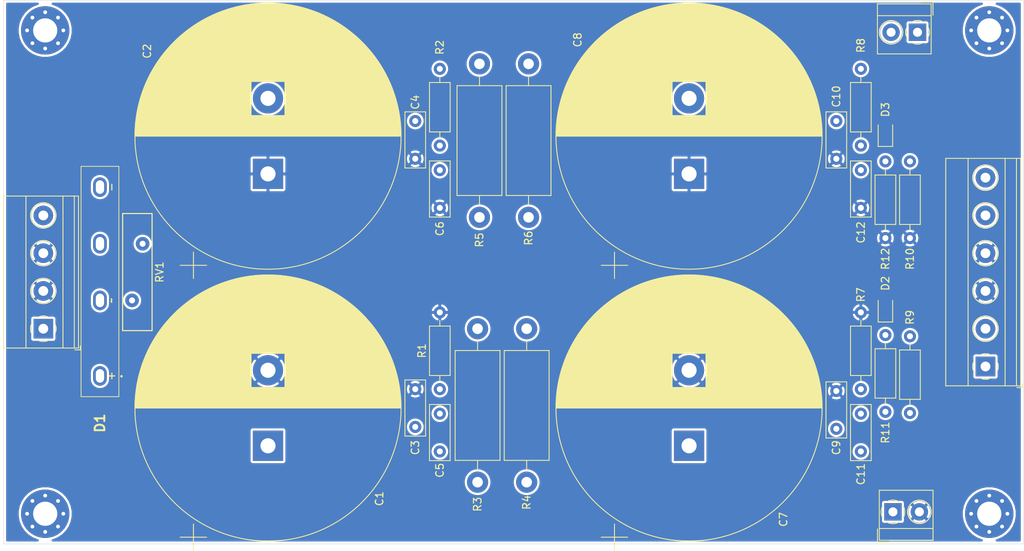
<source format=kicad_pcb>
(kicad_pcb (version 20171130) (host pcbnew "(5.1.6-0)")
  (layers (0 F.Cu signal) (31 B.Cu signal) (34 B.Paste user) (35 F.Paste user) (36 B.SilkS user) (37 F.SilkS user) (38 B.Mask user) (39 F.Mask user) (44 Edge.Cuts user))
  (net 0 "")
  (net 1 GND)
  (net 2 /RV+)
  (net 3 /RV-)
  (net 4 "Net-(C5-Pad2)")
  (net 5 "Net-(C6-Pad2)")
  (net 6 /OV+)
  (net 7 /OV-)
  (net 8 "Net-(C11-Pad2)")
  (net 9 "Net-(C12-Pad2)")
  (net 10 /AC4)
  (net 11 /AC1)
  (net 12 "Net-(D2-Pad1)")
  (net 13 "Net-(D3-Pad1)")
  (net 14 "Net-(J2-Pad1)")
  (net 15 "Net-(J3-Pad1)")
  (module Varistor:RV_Disc_D15.5mm_W3.9mm_P7.5mm (layer F.Cu) (at 87 103.75 90)
    (fp_text reference RV1 (at 3.75 3.65 90) (layer F.SilkS))
    (fp_text value MOV-14D101KTR)
    (pad 2 thru_hole circle (at 7.5 1.4 90) (size 1.8 1.8) (drill 0.8) (layers *.Cu *.Mask) (net 10 /AC4))
    (pad 1 thru_hole circle (at 0 0 90) (size 1.8 1.8) (drill 0.8) (layers *.Cu *.Mask) (net 11 /AC1))
  )
  (module Resistor_THT:R_Axial_DIN0207_L6.3mm_D2.5mm_P10.16mm_Horizontal (layer F.Cu) (at 186.75 95.5 90)
    (fp_text reference R12 (at -2.75 0 90) (layer F.SilkS))
    (fp_text value 10K)
    (pad 2 thru_hole oval (at 10.16 0 90) (size 1.6 1.6) (drill 0.8) (layers *.Cu *.Mask) (net 13 "Net-(D3-Pad1)"))
    (pad 1 thru_hole circle (at 0 0 90) (size 1.6 1.6) (drill 0.8) (layers *.Cu *.Mask) (net 1 GND))
  )
  (module Resistor_THT:R_Axial_DIN0207_L6.3mm_D2.5mm_P10.16mm_Horizontal (layer F.Cu) (at 186.75 118.5 90)
    (fp_text reference R11 (at -2.75 0 90) (layer F.SilkS))
    (fp_text value 10K)
    (pad 2 thru_hole oval (at 10.16 0 90) (size 1.6 1.6) (drill 0.8) (layers *.Cu *.Mask) (net 12 "Net-(D2-Pad1)"))
    (pad 1 thru_hole circle (at 0 0 90) (size 1.6 1.6) (drill 0.8) (layers *.Cu *.Mask) (net 6 /OV+))
  )
  (module Resistor_THT:R_Axial_DIN0207_L6.3mm_D2.5mm_P10.16mm_Horizontal (layer F.Cu) (at 190 95.5 90)
    (fp_text reference R10 (at -2.75 0 90) (layer F.SilkS))
    (fp_text value 10K)
    (pad 2 thru_hole oval (at 10.16 0 90) (size 1.6 1.6) (drill 0.8) (layers *.Cu *.Mask) (net 15 "Net-(J3-Pad1)"))
    (pad 1 thru_hole circle (at 0 0 90) (size 1.6 1.6) (drill 0.8) (layers *.Cu *.Mask) (net 1 GND))
  )
  (module Resistor_THT:R_Axial_DIN0207_L6.3mm_D2.5mm_P10.16mm_Horizontal (layer F.Cu) (at 190 108.5 270)
    (fp_text reference R9 (at -2.5 0 90) (layer F.SilkS))
    (fp_text value 10K)
    (pad 2 thru_hole oval (at 10.16 0 270) (size 1.6 1.6) (drill 0.8) (layers *.Cu *.Mask) (net 14 "Net-(J2-Pad1)"))
    (pad 1 thru_hole circle (at 0 0 270) (size 1.6 1.6) (drill 0.8) (layers *.Cu *.Mask) (net 6 /OV+))
  )
  (module Resistor_THT:R_Axial_DIN0207_L6.3mm_D2.5mm_P10.16mm_Horizontal (layer F.Cu) (at 183.5 83.25 90)
    (fp_text reference R8 (at 13.25 0 90) (layer F.SilkS))
    (fp_text value 10R)
    (pad 2 thru_hole oval (at 10.16 0 90) (size 1.6 1.6) (drill 0.8) (layers *.Cu *.Mask) (net 7 /OV-))
    (pad 1 thru_hole circle (at 0 0 90) (size 1.6 1.6) (drill 0.8) (layers *.Cu *.Mask) (net 9 "Net-(C12-Pad2)"))
  )
  (module Resistor_THT:R_Axial_DIN0207_L6.3mm_D2.5mm_P10.16mm_Horizontal (layer F.Cu) (at 183.5 115.5 90)
    (fp_text reference R7 (at 12.5 0 90) (layer F.SilkS))
    (fp_text value 10R)
    (pad 2 thru_hole oval (at 10.16 0 90) (size 1.6 1.6) (drill 0.8) (layers *.Cu *.Mask) (net 1 GND))
    (pad 1 thru_hole circle (at 0 0 90) (size 1.6 1.6) (drill 0.8) (layers *.Cu *.Mask) (net 8 "Net-(C11-Pad2)"))
  )
  (module Resistor_THT:R_Axial_DIN0614_L14.3mm_D5.7mm_P20.32mm_Horizontal (layer F.Cu) (at 139.5 92.75 90)
    (fp_text reference R6 (at -2.75 0 90) (layer F.SilkS))
    (fp_text value "0.47R 3W")
    (pad 2 thru_hole oval (at 20.32 0 90) (size 2.8 2.8) (drill 1.4) (layers *.Cu *.Mask) (net 3 /RV-))
    (pad 1 thru_hole circle (at 0 0 90) (size 2.8 2.8) (drill 1.4) (layers *.Cu *.Mask) (net 7 /OV-))
  )
  (module Resistor_THT:R_Axial_DIN0614_L14.3mm_D5.7mm_P20.32mm_Horizontal (layer F.Cu) (at 133 92.75 90)
    (fp_text reference R5 (at -3 0 90) (layer F.SilkS))
    (fp_text value "0.47R 3W")
    (pad 2 thru_hole oval (at 20.32 0 90) (size 2.8 2.8) (drill 1.4) (layers *.Cu *.Mask) (net 3 /RV-))
    (pad 1 thru_hole circle (at 0 0 90) (size 2.8 2.8) (drill 1.4) (layers *.Cu *.Mask) (net 7 /OV-))
  )
  (module Resistor_THT:R_Axial_DIN0614_L14.3mm_D5.7mm_P20.32mm_Horizontal (layer F.Cu) (at 139.25 107.5 270)
    (fp_text reference R4 (at 23 0 90) (layer F.SilkS))
    (fp_text value "0.47R 3W")
    (pad 2 thru_hole oval (at 20.32 0 270) (size 2.8 2.8) (drill 1.4) (layers *.Cu *.Mask) (net 2 /RV+))
    (pad 1 thru_hole circle (at 0 0 270) (size 2.8 2.8) (drill 1.4) (layers *.Cu *.Mask) (net 6 /OV+))
  )
  (module Resistor_THT:R_Axial_DIN0614_L14.3mm_D5.7mm_P20.32mm_Horizontal (layer F.Cu) (at 132.75 107.5 270)
    (fp_text reference R3 (at 23.25 0 90) (layer F.SilkS))
    (fp_text value "0.47R 3W")
    (pad 2 thru_hole oval (at 20.32 0 270) (size 2.8 2.8) (drill 1.4) (layers *.Cu *.Mask) (net 2 /RV+))
    (pad 1 thru_hole circle (at 0 0 270) (size 2.8 2.8) (drill 1.4) (layers *.Cu *.Mask) (net 6 /OV+))
  )
  (module Resistor_THT:R_Axial_DIN0207_L6.3mm_D2.5mm_P10.16mm_Horizontal (layer F.Cu) (at 127.75 83.25 90)
    (fp_text reference R2 (at 13 0 90) (layer F.SilkS))
    (fp_text value 10R)
    (pad 2 thru_hole oval (at 10.16 0 90) (size 1.6 1.6) (drill 0.8) (layers *.Cu *.Mask) (net 3 /RV-))
    (pad 1 thru_hole circle (at 0 0 90) (size 1.6 1.6) (drill 0.8) (layers *.Cu *.Mask) (net 5 "Net-(C6-Pad2)"))
  )
  (module Resistor_THT:R_Axial_DIN0207_L6.3mm_D2.5mm_P10.16mm_Horizontal (layer F.Cu) (at 127.75 115.5 90)
    (fp_text reference R1 (at 5.08 -2.37 90) (layer F.SilkS))
    (fp_text value 10R)
    (pad 2 thru_hole oval (at 10.16 0 90) (size 1.6 1.6) (drill 0.8) (layers *.Cu *.Mask) (net 1 GND))
    (pad 1 thru_hole circle (at 0 0 90) (size 1.6 1.6) (drill 0.8) (layers *.Cu *.Mask) (net 4 "Net-(C5-Pad2)"))
  )
  (module TerminalBlock_Phoenix:TerminalBlock_Phoenix_MKDS-1,5-6_1x06_P5.00mm_Horizontal (layer F.Cu) (at 200 112.5 90)
    (fp_text reference J4)
    (fp_text value DC)
    (pad 6 thru_hole circle (at 25 0 90) (size 2.6 2.6) (drill 1.3) (layers *.Cu *.Mask) (net 7 /OV-))
    (pad 5 thru_hole circle (at 20 0 90) (size 2.6 2.6) (drill 1.3) (layers *.Cu *.Mask) (net 7 /OV-))
    (pad 4 thru_hole circle (at 15 0 90) (size 2.6 2.6) (drill 1.3) (layers *.Cu *.Mask) (net 1 GND))
    (pad 3 thru_hole circle (at 10 0 90) (size 2.6 2.6) (drill 1.3) (layers *.Cu *.Mask) (net 1 GND))
    (pad 2 thru_hole circle (at 5 0 90) (size 2.6 2.6) (drill 1.3) (layers *.Cu *.Mask) (net 6 /OV+))
    (pad 1 thru_hole rect (at 0 0 90) (size 2.6 2.6) (drill 1.3) (layers *.Cu *.Mask) (net 6 /OV+))
  )
  (module TerminalBlock_MetzConnect:TerminalBlock_MetzConnect_Type059_RT06302HBWC_1x02_P3.50mm_Horizontal (layer F.Cu) (at 191 68.25 180)
    (fp_text reference J3)
    (fp_text value LED)
    (pad 2 thru_hole circle (at 3.5 0 180) (size 2.3 2.3) (drill 1.2) (layers *.Cu *.Mask) (net 7 /OV-))
    (pad 1 thru_hole rect (at 0 0 180) (size 2.3 2.3) (drill 1.2) (layers *.Cu *.Mask) (net 15 "Net-(J3-Pad1)"))
  )
  (module TerminalBlock_MetzConnect:TerminalBlock_MetzConnect_Type059_RT06302HBWC_1x02_P3.50mm_Horizontal (layer F.Cu) (at 187.75 131.75)
    (fp_text reference J2)
    (fp_text value LED)
    (pad 2 thru_hole circle (at 3.5 0) (size 2.3 2.3) (drill 1.2) (layers *.Cu *.Mask) (net 1 GND))
    (pad 1 thru_hole rect (at 0 0) (size 2.3 2.3) (drill 1.2) (layers *.Cu *.Mask) (net 14 "Net-(J2-Pad1)"))
  )
  (module TerminalBlock_Phoenix:TerminalBlock_Phoenix_MKDS-1,5-4_1x04_P5.00mm_Horizontal (layer F.Cu) (at 75.25 107.5 90)
    (fp_text reference J1)
    (fp_text value AC)
    (pad 4 thru_hole circle (at 15 0 90) (size 2.6 2.6) (drill 1.3) (layers *.Cu *.Mask) (net 10 /AC4))
    (pad 3 thru_hole circle (at 10 0 90) (size 2.6 2.6) (drill 1.3) (layers *.Cu *.Mask) (net 1 GND))
    (pad 2 thru_hole circle (at 5 0 90) (size 2.6 2.6) (drill 1.3) (layers *.Cu *.Mask) (net 1 GND))
    (pad 1 thru_hole rect (at 0 0 90) (size 2.6 2.6) (drill 1.3) (layers *.Cu *.Mask) (net 11 /AC1))
  )
  (module MountingHole:MountingHole_3.2mm_M3_Pad_Via (layer F.Cu) (at 75.5 132)
    (fp_text reference H4)
    (fp_text value MountingHole)
    (pad 1 thru_hole circle (at 1.697056 -1.697056) (size 0.8 0.8) (drill 0.5) (layers *.Cu *.Mask))
    (pad 1 thru_hole circle (at 0 -2.4) (size 0.8 0.8) (drill 0.5) (layers *.Cu *.Mask))
    (pad 1 thru_hole circle (at -1.697056 -1.697056) (size 0.8 0.8) (drill 0.5) (layers *.Cu *.Mask))
    (pad 1 thru_hole circle (at -2.4 0) (size 0.8 0.8) (drill 0.5) (layers *.Cu *.Mask))
    (pad 1 thru_hole circle (at -1.697056 1.697056) (size 0.8 0.8) (drill 0.5) (layers *.Cu *.Mask))
    (pad 1 thru_hole circle (at 0 2.4) (size 0.8 0.8) (drill 0.5) (layers *.Cu *.Mask))
    (pad 1 thru_hole circle (at 1.697056 1.697056) (size 0.8 0.8) (drill 0.5) (layers *.Cu *.Mask))
    (pad 1 thru_hole circle (at 2.4 0) (size 0.8 0.8) (drill 0.5) (layers *.Cu *.Mask))
    (pad 1 thru_hole circle (at 0 0) (size 6.4 6.4) (drill 3.2) (layers *.Cu *.Mask))
  )
  (module MountingHole:MountingHole_3.2mm_M3_Pad_Via (layer F.Cu) (at 200.5 132)
    (fp_text reference H3)
    (fp_text value MountingHole)
    (pad 1 thru_hole circle (at 1.697056 -1.697056) (size 0.8 0.8) (drill 0.5) (layers *.Cu *.Mask))
    (pad 1 thru_hole circle (at 0 -2.4) (size 0.8 0.8) (drill 0.5) (layers *.Cu *.Mask))
    (pad 1 thru_hole circle (at -1.697056 -1.697056) (size 0.8 0.8) (drill 0.5) (layers *.Cu *.Mask))
    (pad 1 thru_hole circle (at -2.4 0) (size 0.8 0.8) (drill 0.5) (layers *.Cu *.Mask))
    (pad 1 thru_hole circle (at -1.697056 1.697056) (size 0.8 0.8) (drill 0.5) (layers *.Cu *.Mask))
    (pad 1 thru_hole circle (at 0 2.4) (size 0.8 0.8) (drill 0.5) (layers *.Cu *.Mask))
    (pad 1 thru_hole circle (at 1.697056 1.697056) (size 0.8 0.8) (drill 0.5) (layers *.Cu *.Mask))
    (pad 1 thru_hole circle (at 2.4 0) (size 0.8 0.8) (drill 0.5) (layers *.Cu *.Mask))
    (pad 1 thru_hole circle (at 0 0) (size 6.4 6.4) (drill 3.2) (layers *.Cu *.Mask))
  )
  (module MountingHole:MountingHole_3.2mm_M3_Pad_Via (layer F.Cu) (at 75.5 68)
    (fp_text reference H2)
    (fp_text value MountingHole)
    (pad 1 thru_hole circle (at 1.697056 -1.697056) (size 0.8 0.8) (drill 0.5) (layers *.Cu *.Mask))
    (pad 1 thru_hole circle (at 0 -2.4) (size 0.8 0.8) (drill 0.5) (layers *.Cu *.Mask))
    (pad 1 thru_hole circle (at -1.697056 -1.697056) (size 0.8 0.8) (drill 0.5) (layers *.Cu *.Mask))
    (pad 1 thru_hole circle (at -2.4 0) (size 0.8 0.8) (drill 0.5) (layers *.Cu *.Mask))
    (pad 1 thru_hole circle (at -1.697056 1.697056) (size 0.8 0.8) (drill 0.5) (layers *.Cu *.Mask))
    (pad 1 thru_hole circle (at 0 2.4) (size 0.8 0.8) (drill 0.5) (layers *.Cu *.Mask))
    (pad 1 thru_hole circle (at 1.697056 1.697056) (size 0.8 0.8) (drill 0.5) (layers *.Cu *.Mask))
    (pad 1 thru_hole circle (at 2.4 0) (size 0.8 0.8) (drill 0.5) (layers *.Cu *.Mask))
    (pad 1 thru_hole circle (at 0 0) (size 6.4 6.4) (drill 3.2) (layers *.Cu *.Mask))
  )
  (module MountingHole:MountingHole_3.2mm_M3_Pad_Via (layer F.Cu) (at 200.5 68)
    (fp_text reference H1)
    (fp_text value MountingHole)
    (pad 1 thru_hole circle (at 1.697056 -1.697056) (size 0.8 0.8) (drill 0.5) (layers *.Cu *.Mask))
    (pad 1 thru_hole circle (at 0 -2.4) (size 0.8 0.8) (drill 0.5) (layers *.Cu *.Mask))
    (pad 1 thru_hole circle (at -1.697056 -1.697056) (size 0.8 0.8) (drill 0.5) (layers *.Cu *.Mask))
    (pad 1 thru_hole circle (at -2.4 0) (size 0.8 0.8) (drill 0.5) (layers *.Cu *.Mask))
    (pad 1 thru_hole circle (at -1.697056 1.697056) (size 0.8 0.8) (drill 0.5) (layers *.Cu *.Mask))
    (pad 1 thru_hole circle (at 0 2.4) (size 0.8 0.8) (drill 0.5) (layers *.Cu *.Mask))
    (pad 1 thru_hole circle (at 1.697056 1.697056) (size 0.8 0.8) (drill 0.5) (layers *.Cu *.Mask))
    (pad 1 thru_hole circle (at 2.4 0) (size 0.8 0.8) (drill 0.5) (layers *.Cu *.Mask))
    (pad 1 thru_hole circle (at 0 0) (size 6.4 6.4) (drill 3.2) (layers *.Cu *.Mask))
  )
  (module Diode_SMD:D_0805_2012Metric_Pad1.15x1.40mm_HandSolder (layer F.Cu) (at 186.75 81.5 90)
    (fp_text reference D3 (at 3 0 90) (layer F.SilkS))
    (fp_text value LED)
    (pad 2 smd roundrect (at 1.025 0 90) (size 1.15 1.4) (layers F.Cu F.Paste F.Mask) (roundrect_rratio 0.217391) (net 7 /OV-))
    (pad 1 smd roundrect (at -1.025 0 90) (size 1.15 1.4) (layers F.Cu F.Paste F.Mask) (roundrect_rratio 0.217391) (net 13 "Net-(D3-Pad1)"))
  )
  (module Diode_SMD:D_0805_2012Metric_Pad1.15x1.40mm_HandSolder (layer F.Cu) (at 186.75 104.75 90)
    (fp_text reference D2 (at 3.25 0 90) (layer F.SilkS))
    (fp_text value LED)
    (pad 2 smd roundrect (at 1.025 0 90) (size 1.15 1.4) (layers F.Cu F.Paste F.Mask) (roundrect_rratio 0.217391) (net 1 GND))
    (pad 1 smd roundrect (at -1.025 0 90) (size 1.15 1.4) (layers F.Cu F.Paste F.Mask) (roundrect_rratio 0.217391) (net 12 "Net-(D2-Pad1)"))
  )
  (module local_footprints_lib:PB3510E345 (layer F.Cu) (at 82.75 100 90)
    (fp_text reference D1 (at -20 0 90) (layer F.SilkS) (effects (font (size 1.27 1.27) (thickness 0.254))))
    (fp_text value PB3510 hide)
    (fp_text user ~ (at -3.75 1.5 90) (layer F.SilkS))
    (fp_text user - (at 11.25 1.5 90) (layer F.SilkS))
    (fp_text user + (at -13.75 1.5 90) (layer F.SilkS))
    (pad 4 thru_hole oval (at 11.25 0 90) (size 2.6 1.8) (drill oval 1.8 1.1) (layers *.Cu *.Mask) (net 3 /RV-))
    (pad 3 thru_hole oval (at 3.75 0 90) (size 2.6 1.8) (drill oval 1.8 1.1) (layers *.Cu *.Mask) (net 10 /AC4))
    (pad 2 thru_hole oval (at -3.75 0 90) (size 2.6 1.8) (drill oval 1.8 1.1) (layers *.Cu *.Mask) (net 11 /AC1))
    (pad 1 thru_hole oval (at -13.75 0 90) (size 2.6 1.8) (drill oval 1.8 1.1) (layers *.Cu *.Mask) (net 2 /RV+))
  )
  (module Capacitor_THT:C_Rect_L7.2mm_W2.5mm_P5.00mm_FKS2_FKP2_MKS2_MKP2 (layer F.Cu) (at 183.5 91.5 90)
    (fp_text reference C12 (at -3.25 0 90) (layer F.SilkS))
    (fp_text value 100n)
    (pad 2 thru_hole circle (at 5 0 90) (size 1.6 1.6) (drill 0.8) (layers *.Cu *.Mask) (net 9 "Net-(C12-Pad2)"))
    (pad 1 thru_hole circle (at 0 0 90) (size 1.6 1.6) (drill 0.8) (layers *.Cu *.Mask) (net 1 GND))
  )
  (module Capacitor_THT:C_Rect_L7.2mm_W2.5mm_P5.00mm_FKS2_FKP2_MKS2_MKP2 (layer F.Cu) (at 183.5 123.75 90)
    (fp_text reference C11 (at -3 0 90) (layer F.SilkS))
    (fp_text value 100n)
    (pad 2 thru_hole circle (at 5 0 90) (size 1.6 1.6) (drill 0.8) (layers *.Cu *.Mask) (net 8 "Net-(C11-Pad2)"))
    (pad 1 thru_hole circle (at 0 0 90) (size 1.6 1.6) (drill 0.8) (layers *.Cu *.Mask) (net 6 /OV+))
  )
  (module Capacitor_THT:C_Rect_L7.2mm_W2.5mm_P5.00mm_FKS2_FKP2_MKS2_MKP2 (layer F.Cu) (at 180.25 85 90)
    (fp_text reference C10 (at 8.25 0 90) (layer F.SilkS))
    (fp_text value 100n)
    (pad 2 thru_hole circle (at 5 0 90) (size 1.6 1.6) (drill 0.8) (layers *.Cu *.Mask) (net 7 /OV-))
    (pad 1 thru_hole circle (at 0 0 90) (size 1.6 1.6) (drill 0.8) (layers *.Cu *.Mask) (net 1 GND))
  )
  (module Capacitor_THT:C_Rect_L7.2mm_W2.5mm_P5.00mm_FKS2_FKP2_MKS2_MKP2 (layer F.Cu) (at 180.25 120.75 90)
    (fp_text reference C9 (at -2.5 0 90) (layer F.SilkS))
    (fp_text value 100n)
    (pad 2 thru_hole circle (at 5 0 90) (size 1.6 1.6) (drill 0.8) (layers *.Cu *.Mask) (net 1 GND))
    (pad 1 thru_hole circle (at 0 0 90) (size 1.6 1.6) (drill 0.8) (layers *.Cu *.Mask) (net 6 /OV+))
  )
  (module Capacitor_THT:CP_Radial_D35.0mm_P10.00mm_SnapIn (layer F.Cu) (at 160.75 87 90)
    (fp_text reference C8 (at 17.75 -14.75 90) (layer F.SilkS))
    (fp_text value 22,000uF)
    (pad 2 thru_hole circle (at 10 0 90) (size 4 4) (drill 2) (layers *.Cu *.Mask) (net 7 /OV-))
    (pad 1 thru_hole rect (at 0 0 90) (size 4 4) (drill 2) (layers *.Cu *.Mask) (net 1 GND))
  )
  (module Capacitor_THT:CP_Radial_D35.0mm_P10.00mm_SnapIn (layer F.Cu) (at 160.75 123 90)
    (fp_text reference C7 (at -9.75 12.5 90) (layer F.SilkS))
    (fp_text value 22,000uF)
    (pad 2 thru_hole circle (at 10 0 90) (size 4 4) (drill 2) (layers *.Cu *.Mask) (net 1 GND))
    (pad 1 thru_hole rect (at 0 0 90) (size 4 4) (drill 2) (layers *.Cu *.Mask) (net 6 /OV+))
  )
  (module Capacitor_THT:C_Rect_L7.2mm_W2.5mm_P5.00mm_FKS2_FKP2_MKS2_MKP2 (layer F.Cu) (at 127.75 91.5 90)
    (fp_text reference C6 (at -2.75 0 90) (layer F.SilkS))
    (fp_text value 100n)
    (pad 2 thru_hole circle (at 5 0 90) (size 1.6 1.6) (drill 0.8) (layers *.Cu *.Mask) (net 5 "Net-(C6-Pad2)"))
    (pad 1 thru_hole circle (at 0 0 90) (size 1.6 1.6) (drill 0.8) (layers *.Cu *.Mask) (net 1 GND))
  )
  (module Capacitor_THT:C_Rect_L7.2mm_W2.5mm_P5.00mm_FKS2_FKP2_MKS2_MKP2 (layer F.Cu) (at 127.75 123.75 90)
    (fp_text reference C5 (at -2.5 0 90) (layer F.SilkS))
    (fp_text value 100n)
    (pad 2 thru_hole circle (at 5 0 90) (size 1.6 1.6) (drill 0.8) (layers *.Cu *.Mask) (net 4 "Net-(C5-Pad2)"))
    (pad 1 thru_hole circle (at 0 0 90) (size 1.6 1.6) (drill 0.8) (layers *.Cu *.Mask) (net 2 /RV+))
  )
  (module Capacitor_THT:C_Rect_L7.2mm_W2.5mm_P5.00mm_FKS2_FKP2_MKS2_MKP2 (layer F.Cu) (at 124.5 85 90)
    (fp_text reference C4 (at 7.5 0 90) (layer F.SilkS))
    (fp_text value 100n)
    (pad 2 thru_hole circle (at 5 0 90) (size 1.6 1.6) (drill 0.8) (layers *.Cu *.Mask) (net 3 /RV-))
    (pad 1 thru_hole circle (at 0 0 90) (size 1.6 1.6) (drill 0.8) (layers *.Cu *.Mask) (net 1 GND))
  )
  (module Capacitor_THT:C_Rect_L7.2mm_W2.5mm_P5.00mm_FKS2_FKP2_MKS2_MKP2 (layer F.Cu) (at 124.5 120.5 90)
    (fp_text reference C3 (at -2.75 0 90) (layer F.SilkS))
    (fp_text value 100n)
    (pad 2 thru_hole circle (at 5 0 90) (size 1.6 1.6) (drill 0.8) (layers *.Cu *.Mask) (net 1 GND))
    (pad 1 thru_hole circle (at 0 0 90) (size 1.6 1.6) (drill 0.8) (layers *.Cu *.Mask) (net 2 /RV+))
  )
  (module Capacitor_THT:CP_Radial_D35.0mm_P10.00mm_SnapIn (layer F.Cu) (at 105 87 90)
    (fp_text reference C2 (at 16.25 -16 90) (layer F.SilkS))
    (fp_text value 22,000uF)
    (pad 2 thru_hole circle (at 10 0 90) (size 4 4) (drill 2) (layers *.Cu *.Mask) (net 3 /RV-))
    (pad 1 thru_hole rect (at 0 0 90) (size 4 4) (drill 2) (layers *.Cu *.Mask) (net 1 GND))
  )
  (module Capacitor_THT:CP_Radial_D35.0mm_P10.00mm_SnapIn (layer F.Cu) (at 105 123 90)
    (fp_text reference C1 (at -7 14.75 90) (layer F.SilkS))
    (fp_text value 22,000uF)
    (pad 2 thru_hole circle (at 10 0 90) (size 4 4) (drill 2) (layers *.Cu *.Mask) (net 1 GND))
    (pad 1 thru_hole rect (at 0 0 90) (size 4 4) (drill 2) (layers *.Cu *.Mask) (net 2 /RV+))
  )
  (gr_line (start 205 64) (end 70 64) (layer Edge.Cuts) (width 0.05))
  (gr_line (start 205 136) (end 205 64) (layer Edge.Cuts) (width 0.05))
  (gr_line (start 70 136) (end 205 136) (layer Edge.Cuts) (width 0.05))
  (gr_line (start 70 64) (end 70 136) (layer Edge.Cuts) (width 0.05))
  (zone (net 1) (net_name GND) (layer B.Cu) (connect_pads (clearance 0.3)) (min_thickness 0.3) (fill yes (arc_segments 32) (thermal_gap 0.3) (thermal_bridge_width 0.4))
    (polygon (pts (xy 205 136) (xy 70 136) (xy 70 64) (xy 205 64)))
  )
)
</source>
